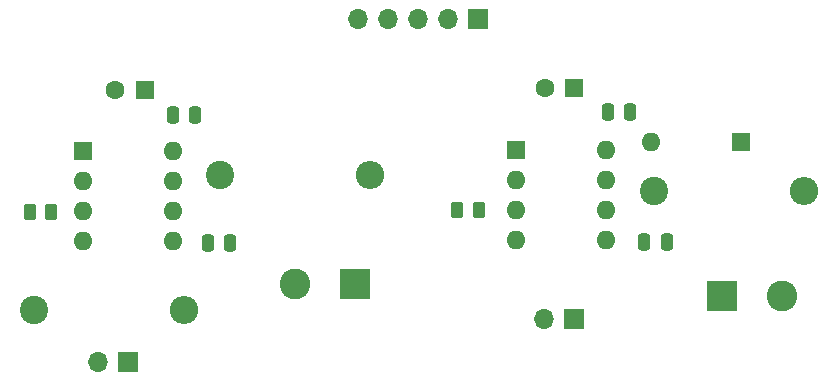
<source format=gbr>
%TF.GenerationSoftware,KiCad,Pcbnew,8.0.6*%
%TF.CreationDate,2024-10-18T13:49:23-03:00*%
%TF.ProjectId,Arduino-inductance-meter,41726475-696e-46f2-9d69-6e6475637461,rev?*%
%TF.SameCoordinates,Original*%
%TF.FileFunction,Soldermask,Top*%
%TF.FilePolarity,Negative*%
%FSLAX46Y46*%
G04 Gerber Fmt 4.6, Leading zero omitted, Abs format (unit mm)*
G04 Created by KiCad (PCBNEW 8.0.6) date 2024-10-18 13:49:23*
%MOMM*%
%LPD*%
G01*
G04 APERTURE LIST*
G04 Aperture macros list*
%AMRoundRect*
0 Rectangle with rounded corners*
0 $1 Rounding radius*
0 $2 $3 $4 $5 $6 $7 $8 $9 X,Y pos of 4 corners*
0 Add a 4 corners polygon primitive as box body*
4,1,4,$2,$3,$4,$5,$6,$7,$8,$9,$2,$3,0*
0 Add four circle primitives for the rounded corners*
1,1,$1+$1,$2,$3*
1,1,$1+$1,$4,$5*
1,1,$1+$1,$6,$7*
1,1,$1+$1,$8,$9*
0 Add four rect primitives between the rounded corners*
20,1,$1+$1,$2,$3,$4,$5,0*
20,1,$1+$1,$4,$5,$6,$7,0*
20,1,$1+$1,$6,$7,$8,$9,0*
20,1,$1+$1,$8,$9,$2,$3,0*%
G04 Aperture macros list end*
%ADD10R,1.600000X1.600000*%
%ADD11O,1.600000X1.600000*%
%ADD12C,2.400000*%
%ADD13O,2.400000X2.400000*%
%ADD14RoundRect,0.250000X0.250000X0.475000X-0.250000X0.475000X-0.250000X-0.475000X0.250000X-0.475000X0*%
%ADD15R,1.700000X1.700000*%
%ADD16O,1.700000X1.700000*%
%ADD17RoundRect,0.250000X-0.250000X-0.475000X0.250000X-0.475000X0.250000X0.475000X-0.250000X0.475000X0*%
%ADD18RoundRect,0.250000X0.262500X0.450000X-0.262500X0.450000X-0.262500X-0.450000X0.262500X-0.450000X0*%
%ADD19C,1.600000*%
%ADD20R,2.600000X2.600000*%
%ADD21C,2.600000*%
G04 APERTURE END LIST*
D10*
%TO.C,U2*%
X156580000Y-58050000D03*
D11*
X156580000Y-60590000D03*
X156580000Y-63130000D03*
X156580000Y-65670000D03*
X164200000Y-65670000D03*
X164200000Y-63130000D03*
X164200000Y-60590000D03*
X164200000Y-58050000D03*
%TD*%
D12*
%TO.C,R2*%
X168200000Y-61500000D03*
D13*
X180900000Y-61500000D03*
%TD*%
D14*
%TO.C,C4*%
X169300000Y-65850000D03*
X167400000Y-65850000D03*
%TD*%
D15*
%TO.C,J5*%
X161475000Y-72380000D03*
D16*
X158935000Y-72380000D03*
%TD*%
D17*
%TO.C,C5*%
X164300000Y-54850000D03*
X166200000Y-54850000D03*
%TD*%
D18*
%TO.C,R1*%
X117212500Y-63300000D03*
X115387500Y-63300000D03*
%TD*%
D10*
%TO.C,C6*%
X161500000Y-52800000D03*
D19*
X159000000Y-52800000D03*
%TD*%
D10*
%TO.C,C3*%
X125100000Y-53000000D03*
D19*
X122600000Y-53000000D03*
%TD*%
D18*
%TO.C,R5*%
X153412500Y-63150000D03*
X151587500Y-63150000D03*
%TD*%
D20*
%TO.C,J3*%
X142945000Y-69400000D03*
D21*
X137865000Y-69400000D03*
%TD*%
D14*
%TO.C,C1*%
X132350000Y-65900000D03*
X130450000Y-65900000D03*
%TD*%
%TO.C,C2*%
X129400000Y-55100000D03*
X127500000Y-55100000D03*
%TD*%
D10*
%TO.C,U1*%
X119880000Y-58180000D03*
D11*
X119880000Y-60720000D03*
X119880000Y-63260000D03*
X119880000Y-65800000D03*
X127500000Y-65800000D03*
X127500000Y-63260000D03*
X127500000Y-60720000D03*
X127500000Y-58180000D03*
%TD*%
D20*
%TO.C,J4*%
X174005000Y-70450000D03*
D21*
X179085000Y-70450000D03*
%TD*%
D15*
%TO.C,J2*%
X123725000Y-76000000D03*
D16*
X121185000Y-76000000D03*
%TD*%
D15*
%TO.C,J1*%
X153340000Y-47000000D03*
D16*
X150800000Y-47000000D03*
X148260000Y-47000000D03*
X145720000Y-47000000D03*
X143180000Y-47000000D03*
%TD*%
D10*
%TO.C,D1*%
X175560000Y-57350000D03*
D11*
X167940000Y-57350000D03*
%TD*%
D12*
%TO.C,R3*%
X131500000Y-60200000D03*
D13*
X144200000Y-60200000D03*
%TD*%
D12*
%TO.C,R4*%
X115750000Y-71600000D03*
D13*
X128450000Y-71600000D03*
%TD*%
M02*

</source>
